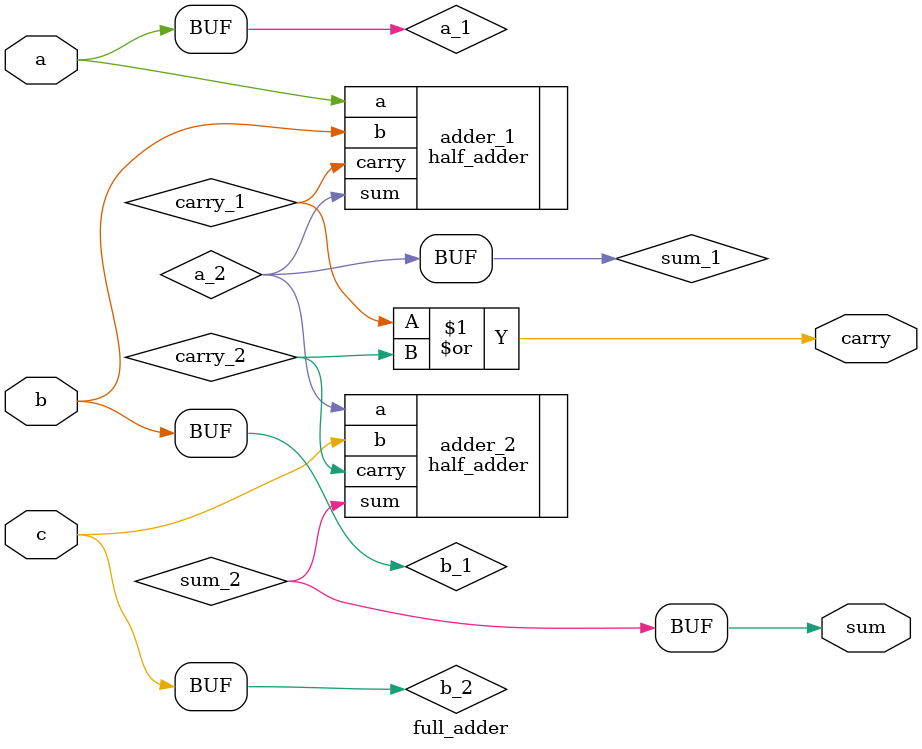
<source format=v>
`timescale 1ns / 1ps

module full_adder(
input a,b,c,
output sum,
output carry);

wire a_1,b_1,sum_1,carry_1;
wire a_2,b_2,sum_2,carry_2;

half_adder adder_1(
.a(a_1),
.b(b_1),
.sum(sum_1),
.carry(carry_1)
); 


half_adder adder_2(
.a(a_2),
.b(b_2),
.sum(sum_2),
.carry(carry_2)
);

assign a_1 = a;
assign b_1 = b;
assign b_2 = c;
assign a_2 = sum_1;


assign sum = sum_2;
assign carry = carry_1 | carry_2;


endmodule

</source>
